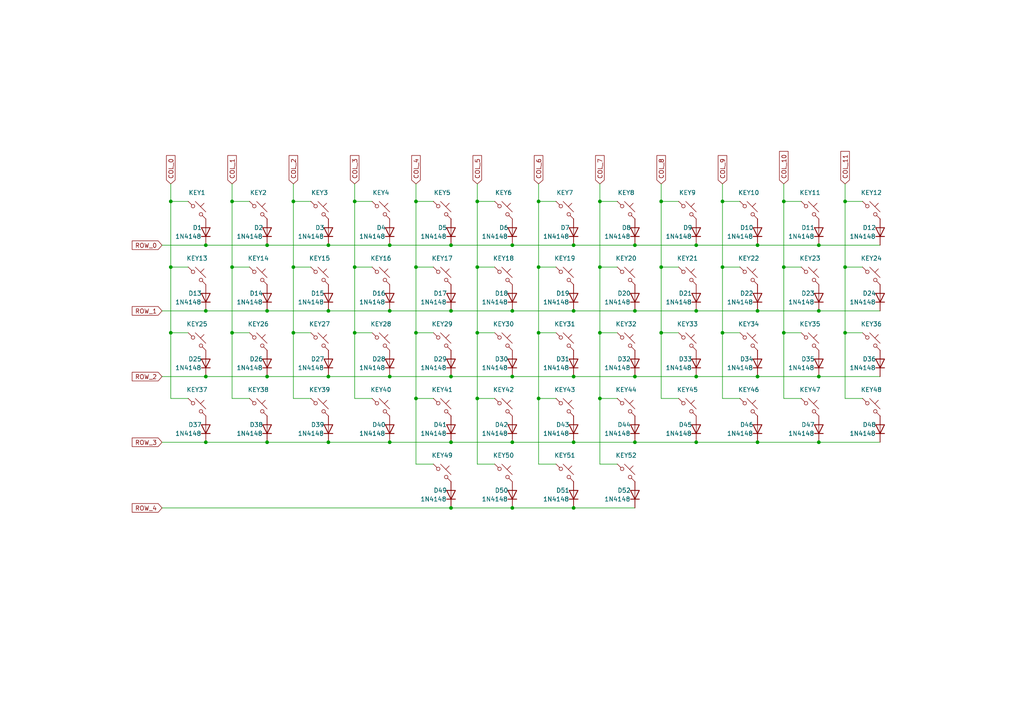
<source format=kicad_sch>
(kicad_sch (version 20230121) (generator eeschema)
  (paper "A4")
  (lib_symbols
    (symbol "Diode:1N4148" (pin_numbers hide) (pin_names (offset 1.016) hide)
      (property "Reference" "D" (at 0 2.54 0))
      (property "Value" "1N4148" (at 0 -2.54 0))
      (symbol "1N4148_0_1"
        (polyline (pts (xy -1.27 1.27) (xy -1.27 -1.27)) (stroke (width 0.254)))
        (polyline (pts (xy 1.27 0) (xy -1.27 0)))
        (polyline (pts (xy 1.27 1.27) (xy 1.27 -1.27) (xy -1.27 0) (xy 1.27 1.27)) (stroke (width 0.254)))
      )
      (symbol "1N4148_1_1"
        (pin passive line (at -3.81 0 0) (length 2.54) (name "K") (number "1"))
        (pin passive line (at 3.81 0 180) (length 2.54) (name "A") (number "2"))
      )
    )
    (symbol "Switch:SW_Push_45deg" (pin_numbers hide) (pin_names (offset 1.016) hide)
      (property "Reference" "SW" (at 3.048 1.016 0))
      (property "Value" "SW_Push_45deg" (at 0 -3.81 0))
      (symbol "SW_Push_45deg_0_1"
        (circle (center -1.1684 1.1684) (radius 0.508))
        (polyline (pts (xy -0.508 2.54) (xy 2.54 -0.508)))
        (polyline (pts (xy 1.016 1.016) (xy 2.032 2.032)))
        (polyline (pts (xy -2.54 2.54) (xy -1.524 1.524) (xy -1.524 1.524)))
        (polyline (pts (xy 1.524 -1.524) (xy 2.54 -2.54) (xy 2.54 -2.54) (xy 2.54 -2.54)))
        (circle (center 1.143 -1.1938) (radius 0.508))
        (pin passive line (at -2.54 2.54 0) (length 0) (name "1") (number "1"))
        (pin passive line (at 2.54 -2.54 180) (length 0) (name "2") (number "2"))
      )
    )
  )
  (junction (at 166.37 71.12))
  (junction (at 173.99 96.52))
  (junction (at 156.21 58.42))
  (junction (at 138.43 58.42))
  (junction (at 49.53 96.52))
  (junction (at 219.71 71.12))
  (junction (at 59.69 90.17))
  (junction (at 102.87 58.42))
  (junction (at 173.99 58.42))
  (junction (at 95.25 90.17))
  (junction (at 138.43 96.52))
  (junction (at 59.69 128.27))
  (junction (at 166.37 109.22))
  (junction (at 191.77 58.42))
  (junction (at 209.55 96.52))
  (junction (at 227.33 96.52))
  (junction (at 113.03 109.22))
  (junction (at 166.37 147.32))
  (junction (at 237.49 90.17))
  (junction (at 227.33 58.42))
  (junction (at 148.59 71.12))
  (junction (at 120.65 77.47))
  (junction (at 237.49 71.12))
  (junction (at 113.03 71.12))
  (junction (at 49.53 77.47))
  (junction (at 219.71 90.17))
  (junction (at 201.93 109.22))
  (junction (at 148.59 90.17))
  (junction (at 173.99 115.57))
  (junction (at 237.49 109.22))
  (junction (at 237.49 128.27))
  (junction (at 201.93 90.17))
  (junction (at 227.33 77.47))
  (junction (at 184.15 109.22))
  (junction (at 113.03 90.17))
  (junction (at 148.59 109.22))
  (junction (at 67.31 58.42))
  (junction (at 184.15 128.27))
  (junction (at 120.65 58.42))
  (junction (at 201.93 71.12))
  (junction (at 245.11 58.42))
  (junction (at 209.55 77.47))
  (junction (at 219.71 109.22))
  (junction (at 245.11 77.47))
  (junction (at 130.81 90.17))
  (junction (at 138.43 77.47))
  (junction (at 59.69 71.12))
  (junction (at 130.81 109.22))
  (junction (at 102.87 77.47))
  (junction (at 219.71 128.27))
  (junction (at 191.77 77.47))
  (junction (at 245.11 96.52))
  (junction (at 201.93 128.27))
  (junction (at 95.25 109.22))
  (junction (at 77.47 109.22))
  (junction (at 120.65 115.57))
  (junction (at 59.69 109.22))
  (junction (at 102.87 96.52))
  (junction (at 130.81 147.32))
  (junction (at 49.53 58.42))
  (junction (at 173.99 77.47))
  (junction (at 148.59 147.32))
  (junction (at 209.55 58.42))
  (junction (at 95.25 71.12))
  (junction (at 184.15 90.17))
  (junction (at 156.21 115.57))
  (junction (at 156.21 96.52))
  (junction (at 156.21 77.47))
  (junction (at 130.81 128.27))
  (junction (at 85.09 77.47))
  (junction (at 77.47 128.27))
  (junction (at 130.81 71.12))
  (junction (at 95.25 128.27))
  (junction (at 77.47 90.17))
  (junction (at 77.47 71.12))
  (junction (at 67.31 96.52))
  (junction (at 184.15 71.12))
  (junction (at 166.37 90.17))
  (junction (at 138.43 115.57))
  (junction (at 85.09 58.42))
  (junction (at 148.59 128.27))
  (junction (at 113.03 128.27))
  (junction (at 166.37 128.27))
  (junction (at 85.09 96.52))
  (junction (at 120.65 96.52))
  (junction (at 67.31 77.47))
  (junction (at 191.77 96.52))
  (wire (pts (xy 113.03 128.27) (xy 130.81 128.27)))
  (wire (pts (xy 245.11 115.57) (xy 250.19 115.57)))
  (wire (pts (xy 95.25 128.27) (xy 113.03 128.27)))
  (wire (pts (xy 209.55 53.34) (xy 209.55 58.42)))
  (wire (pts (xy 166.37 109.22) (xy 184.15 109.22)))
  (wire (pts (xy 227.33 58.42) (xy 227.33 77.47)))
  (wire (pts (xy 138.43 96.52) (xy 138.43 115.57)))
  (wire (pts (xy 245.11 77.47) (xy 250.19 77.47)))
  (wire (pts (xy 49.53 77.47) (xy 49.53 96.52)))
  (wire (pts (xy 49.53 96.52) (xy 49.53 115.57)))
  (wire (pts (xy 59.69 71.12) (xy 77.47 71.12)))
  (wire (pts (xy 245.11 96.52) (xy 245.11 115.57)))
  (wire (pts (xy 209.55 77.47) (xy 209.55 96.52)))
  (wire (pts (xy 130.81 109.22) (xy 148.59 109.22)))
  (wire (pts (xy 184.15 71.12) (xy 201.93 71.12)))
  (wire (pts (xy 102.87 96.52) (xy 107.95 96.52)))
  (wire (pts (xy 191.77 77.47) (xy 196.85 77.47)))
  (wire (pts (xy 201.93 109.22) (xy 219.71 109.22)))
  (wire (pts (xy 113.03 90.17) (xy 130.81 90.17)))
  (wire (pts (xy 120.65 58.42) (xy 125.73 58.42)))
  (wire (pts (xy 120.65 115.57) (xy 125.73 115.57)))
  (wire (pts (xy 156.21 115.57) (xy 156.21 134.62)))
  (wire (pts (xy 113.03 109.22) (xy 130.81 109.22)))
  (wire (pts (xy 138.43 96.52) (xy 143.51 96.52)))
  (wire (pts (xy 138.43 77.47) (xy 138.43 96.52)))
  (wire (pts (xy 49.53 96.52) (xy 54.61 96.52)))
  (wire (pts (xy 138.43 77.47) (xy 143.51 77.47)))
  (wire (pts (xy 173.99 134.62) (xy 179.07 134.62)))
  (wire (pts (xy 156.21 77.47) (xy 156.21 96.52)))
  (wire (pts (xy 184.15 128.27) (xy 201.93 128.27)))
  (wire (pts (xy 166.37 147.32) (xy 184.15 147.32)))
  (wire (pts (xy 49.53 58.42) (xy 54.61 58.42)))
  (wire (pts (xy 237.49 71.12) (xy 255.27 71.12)))
  (wire (pts (xy 156.21 53.34) (xy 156.21 58.42)))
  (wire (pts (xy 120.65 58.42) (xy 120.65 77.47)))
  (wire (pts (xy 173.99 115.57) (xy 179.07 115.57)))
  (wire (pts (xy 46.99 90.17) (xy 59.69 90.17)))
  (wire (pts (xy 77.47 71.12) (xy 95.25 71.12)))
  (wire (pts (xy 77.47 128.27) (xy 95.25 128.27)))
  (wire (pts (xy 102.87 77.47) (xy 102.87 96.52)))
  (wire (pts (xy 102.87 58.42) (xy 107.95 58.42)))
  (wire (pts (xy 173.99 115.57) (xy 173.99 134.62)))
  (wire (pts (xy 156.21 115.57) (xy 161.29 115.57)))
  (wire (pts (xy 209.55 77.47) (xy 214.63 77.47)))
  (wire (pts (xy 95.25 90.17) (xy 113.03 90.17)))
  (wire (pts (xy 49.53 115.57) (xy 54.61 115.57)))
  (wire (pts (xy 209.55 115.57) (xy 214.63 115.57)))
  (wire (pts (xy 156.21 77.47) (xy 161.29 77.47)))
  (wire (pts (xy 85.09 53.34) (xy 85.09 58.42)))
  (wire (pts (xy 130.81 147.32) (xy 148.59 147.32)))
  (wire (pts (xy 67.31 96.52) (xy 67.31 115.57)))
  (wire (pts (xy 184.15 109.22) (xy 201.93 109.22)))
  (wire (pts (xy 49.53 53.34) (xy 49.53 58.42)))
  (wire (pts (xy 59.69 128.27) (xy 77.47 128.27)))
  (wire (pts (xy 130.81 90.17) (xy 148.59 90.17)))
  (wire (pts (xy 85.09 58.42) (xy 90.17 58.42)))
  (wire (pts (xy 173.99 77.47) (xy 179.07 77.47)))
  (wire (pts (xy 237.49 90.17) (xy 255.27 90.17)))
  (wire (pts (xy 59.69 90.17) (xy 77.47 90.17)))
  (wire (pts (xy 138.43 58.42) (xy 138.43 77.47)))
  (wire (pts (xy 148.59 109.22) (xy 166.37 109.22)))
  (wire (pts (xy 67.31 58.42) (xy 72.39 58.42)))
  (wire (pts (xy 209.55 96.52) (xy 209.55 115.57)))
  (wire (pts (xy 77.47 109.22) (xy 95.25 109.22)))
  (wire (pts (xy 67.31 58.42) (xy 67.31 77.47)))
  (wire (pts (xy 85.09 77.47) (xy 90.17 77.47)))
  (wire (pts (xy 209.55 58.42) (xy 214.63 58.42)))
  (wire (pts (xy 102.87 115.57) (xy 107.95 115.57)))
  (wire (pts (xy 120.65 77.47) (xy 120.65 96.52)))
  (wire (pts (xy 191.77 115.57) (xy 196.85 115.57)))
  (wire (pts (xy 49.53 58.42) (xy 49.53 77.47)))
  (wire (pts (xy 227.33 77.47) (xy 232.41 77.47)))
  (wire (pts (xy 191.77 58.42) (xy 191.77 77.47)))
  (wire (pts (xy 227.33 115.57) (xy 232.41 115.57)))
  (wire (pts (xy 191.77 58.42) (xy 196.85 58.42)))
  (wire (pts (xy 245.11 53.34) (xy 245.11 58.42)))
  (wire (pts (xy 46.99 109.22) (xy 59.69 109.22)))
  (wire (pts (xy 67.31 77.47) (xy 67.31 96.52)))
  (wire (pts (xy 130.81 71.12) (xy 148.59 71.12)))
  (wire (pts (xy 120.65 53.34) (xy 120.65 58.42)))
  (wire (pts (xy 227.33 58.42) (xy 232.41 58.42)))
  (wire (pts (xy 156.21 134.62) (xy 161.29 134.62)))
  (wire (pts (xy 245.11 58.42) (xy 250.19 58.42)))
  (wire (pts (xy 166.37 71.12) (xy 184.15 71.12)))
  (wire (pts (xy 227.33 53.34) (xy 227.33 58.42)))
  (wire (pts (xy 227.33 77.47) (xy 227.33 96.52)))
  (wire (pts (xy 245.11 58.42) (xy 245.11 77.47)))
  (wire (pts (xy 173.99 96.52) (xy 173.99 115.57)))
  (wire (pts (xy 201.93 90.17) (xy 219.71 90.17)))
  (wire (pts (xy 138.43 115.57) (xy 138.43 134.62)))
  (wire (pts (xy 173.99 58.42) (xy 179.07 58.42)))
  (wire (pts (xy 227.33 96.52) (xy 232.41 96.52)))
  (wire (pts (xy 209.55 58.42) (xy 209.55 77.47)))
  (wire (pts (xy 85.09 96.52) (xy 90.17 96.52)))
  (wire (pts (xy 219.71 109.22) (xy 237.49 109.22)))
  (wire (pts (xy 138.43 115.57) (xy 143.51 115.57)))
  (wire (pts (xy 67.31 115.57) (xy 72.39 115.57)))
  (wire (pts (xy 173.99 53.34) (xy 173.99 58.42)))
  (wire (pts (xy 219.71 90.17) (xy 237.49 90.17)))
  (wire (pts (xy 102.87 53.34) (xy 102.87 58.42)))
  (wire (pts (xy 138.43 134.62) (xy 143.51 134.62)))
  (wire (pts (xy 67.31 96.52) (xy 72.39 96.52)))
  (wire (pts (xy 120.65 77.47) (xy 125.73 77.47)))
  (wire (pts (xy 95.25 109.22) (xy 113.03 109.22)))
  (wire (pts (xy 191.77 77.47) (xy 191.77 96.52)))
  (wire (pts (xy 49.53 77.47) (xy 54.61 77.47)))
  (wire (pts (xy 95.25 71.12) (xy 113.03 71.12)))
  (wire (pts (xy 148.59 71.12) (xy 166.37 71.12)))
  (wire (pts (xy 59.69 109.22) (xy 77.47 109.22)))
  (wire (pts (xy 156.21 58.42) (xy 161.29 58.42)))
  (wire (pts (xy 191.77 53.34) (xy 191.77 58.42)))
  (wire (pts (xy 67.31 53.34) (xy 67.31 58.42)))
  (wire (pts (xy 184.15 90.17) (xy 201.93 90.17)))
  (wire (pts (xy 173.99 58.42) (xy 173.99 77.47)))
  (wire (pts (xy 120.65 96.52) (xy 120.65 115.57)))
  (wire (pts (xy 201.93 128.27) (xy 219.71 128.27)))
  (wire (pts (xy 156.21 96.52) (xy 161.29 96.52)))
  (wire (pts (xy 245.11 77.47) (xy 245.11 96.52)))
  (wire (pts (xy 166.37 90.17) (xy 184.15 90.17)))
  (wire (pts (xy 77.47 90.17) (xy 95.25 90.17)))
  (wire (pts (xy 113.03 71.12) (xy 130.81 71.12)))
  (wire (pts (xy 120.65 115.57) (xy 120.65 134.62)))
  (wire (pts (xy 219.71 71.12) (xy 237.49 71.12)))
  (wire (pts (xy 85.09 58.42) (xy 85.09 77.47)))
  (wire (pts (xy 46.99 147.32) (xy 130.81 147.32)))
  (wire (pts (xy 85.09 96.52) (xy 85.09 115.57)))
  (wire (pts (xy 120.65 134.62) (xy 125.73 134.62)))
  (wire (pts (xy 191.77 96.52) (xy 191.77 115.57)))
  (wire (pts (xy 85.09 115.57) (xy 90.17 115.57)))
  (wire (pts (xy 130.81 128.27) (xy 148.59 128.27)))
  (wire (pts (xy 148.59 90.17) (xy 166.37 90.17)))
  (wire (pts (xy 102.87 96.52) (xy 102.87 115.57)))
  (wire (pts (xy 191.77 96.52) (xy 196.85 96.52)))
  (wire (pts (xy 209.55 96.52) (xy 214.63 96.52)))
  (wire (pts (xy 227.33 96.52) (xy 227.33 115.57)))
  (wire (pts (xy 138.43 53.34) (xy 138.43 58.42)))
  (wire (pts (xy 138.43 58.42) (xy 143.51 58.42)))
  (wire (pts (xy 201.93 71.12) (xy 219.71 71.12)))
  (wire (pts (xy 148.59 147.32) (xy 166.37 147.32)))
  (wire (pts (xy 156.21 58.42) (xy 156.21 77.47)))
  (wire (pts (xy 219.71 128.27) (xy 237.49 128.27)))
  (wire (pts (xy 166.37 128.27) (xy 184.15 128.27)))
  (wire (pts (xy 85.09 77.47) (xy 85.09 96.52)))
  (wire (pts (xy 237.49 128.27) (xy 255.27 128.27)))
  (wire (pts (xy 148.59 128.27) (xy 166.37 128.27)))
  (wire (pts (xy 102.87 58.42) (xy 102.87 77.47)))
  (wire (pts (xy 237.49 109.22) (xy 255.27 109.22)))
  (wire (pts (xy 120.65 96.52) (xy 125.73 96.52)))
  (wire (pts (xy 46.99 71.12) (xy 59.69 71.12)))
  (wire (pts (xy 156.21 96.52) (xy 156.21 115.57)))
  (wire (pts (xy 46.99 128.27) (xy 59.69 128.27)))
  (wire (pts (xy 173.99 96.52) (xy 179.07 96.52)))
  (wire (pts (xy 67.31 77.47) (xy 72.39 77.47)))
  (wire (pts (xy 102.87 77.47) (xy 107.95 77.47)))
  (wire (pts (xy 173.99 77.47) (xy 173.99 96.52)))
  (wire (pts (xy 245.11 96.52) (xy 250.19 96.52)))
  (global_label "COL_8" (shape input) (at 191.77 53.34 90) (property "Intersheetrefs" "${INTERSHEET_REFS}" (effects hide)))
  (global_label "COL_3" (shape input) (at 102.87 53.34 90) (property "Intersheetrefs" "${INTERSHEET_REFS}" (effects hide)))
  (global_label "COL_9" (shape input) (at 209.55 53.34 90) (property "Intersheetrefs" "${INTERSHEET_REFS}" (effects hide)))
  (global_label "COL_2" (shape input) (at 85.09 53.34 90) (property "Intersheetrefs" "${INTERSHEET_REFS}" (effects hide)))
  (global_label "COL_5" (shape input) (at 138.43 53.34 90) (property "Intersheetrefs" "${INTERSHEET_REFS}" (effects hide)))
  (global_label "ROW_4" (shape input) (at 46.99 147.32 180) (property "Intersheetrefs" "${INTERSHEET_REFS}" (effects hide)))
  (global_label "COL_4" (shape input) (at 120.65 53.34 90) (property "Intersheetrefs" "${INTERSHEET_REFS}" (effects hide)))
  (global_label "COL_10" (shape input) (at 227.33 53.34 90) (property "Intersheetrefs" "${INTERSHEET_REFS}" (effects hide)))
  (global_label "COL_7" (shape input) (at 173.99 53.34 90) (property "Intersheetrefs" "${INTERSHEET_REFS}" (effects hide)))
  (global_label "ROW_2" (shape input) (at 46.99 109.22 180) (property "Intersheetrefs" "${INTERSHEET_REFS}" (effects hide)))
  (global_label "COL_0" (shape input) (at 49.53 53.34 90) (property "Intersheetrefs" "${INTERSHEET_REFS}" (effects hide)))
  (global_label "ROW_0" (shape input) (at 46.99 71.12 180) (property "Intersheetrefs" "${INTERSHEET_REFS}" (effects hide)))
  (global_label "COL_6" (shape input) (at 156.21 53.34 90) (property "Intersheetrefs" "${INTERSHEET_REFS}" (effects hide)))
  (global_label "ROW_3" (shape input) (at 46.99 128.27 180) (property "Intersheetrefs" "${INTERSHEET_REFS}" (effects hide)))
  (global_label "ROW_1" (shape input) (at 46.99 90.17 180) (property "Intersheetrefs" "${INTERSHEET_REFS}" (effects hide)))
  (global_label "COL_11" (shape input) (at 245.11 53.34 90) (property "Intersheetrefs" "${INTERSHEET_REFS}" (effects hide)))
  (global_label "COL_1" (shape input) (at 67.31 53.34 90) (property "Intersheetrefs" "${INTERSHEET_REFS}" (effects hide)))
  (symbol (lib_id "Diode:1N4148") (at 77.47 105.41 90) (unit 1)
    (property "Reference" "D26" (at 72.39 104.14 90) (effects (justify right)))
    (property "Value" "1N4148" (at 68.58 106.68 90) (effects (justify right)))
    (property "Footprint" "Diode_SMD:D_SOD-123" (effects hide))
    (property "Datasheet" "https://assets.nexperia.com/documents/data-sheet/1N4148_1N4448.pdf" (effects hide))
    (property "LCSC" "C81598" (effects hide))
    (property "MFR. Part #" "1N4148W" (effects hide))
  )
  (symbol (lib_id "Switch:SW_Push_45deg") (at 128.27 80.01 0) (unit 1)
    (property "Reference" "KEY17" (at 128.27 74.93 0))
    (property "Value" "SW_Push_45deg" (effects hide))
    (property "Footprint" "key-switches:Kailh_Choc_PG1350_THT_A" (effects hide))
  )
  (symbol (lib_id "Diode:1N4148") (at 77.47 67.31 90) (unit 1)
    (property "Reference" "D2" (at 73.66 66.04 90) (effects (justify right)))
    (property "Value" "1N4148" (at 68.58 68.58 90) (effects (justify right)))
    (property "Footprint" "Diode_SMD:D_SOD-123" (effects hide))
    (property "Datasheet" "https://assets.nexperia.com/documents/data-sheet/1N4148_1N4448.pdf" (effects hide))
    (property "LCSC" "C81598" (effects hide))
    (property "MFR. Part #" "1N4148W" (effects hide))
  )
  (symbol (lib_id "Diode:1N4148") (at 201.93 124.46 90) (unit 1)
    (property "Reference" "D45" (at 196.85 123.19 90) (effects (justify right)))
    (property "Value" "1N4148" (at 193.04 125.73 90) (effects (justify right)))
    (property "Footprint" "Diode_SMD:D_SOD-123" (effects hide))
    (property "Datasheet" "https://assets.nexperia.com/documents/data-sheet/1N4148_1N4448.pdf" (effects hide))
    (property "LCSC" "C81598" (effects hide))
    (property "MFR. Part #" "1N4148W" (effects hide))
  )
  (symbol (lib_id "Switch:SW_Push_45deg") (at 146.05 80.01 0) (unit 1)
    (property "Reference" "KEY18" (at 146.05 74.93 0))
    (property "Value" "SW_Push_45deg" (effects hide))
    (property "Footprint" "key-switches:Kailh_Choc_PG1350_THT_A" (effects hide))
  )
  (symbol (lib_id "Switch:SW_Push_45deg") (at 199.39 80.01 0) (unit 1)
    (property "Reference" "KEY21" (at 199.39 74.93 0))
    (property "Value" "SW_Push_45deg" (effects hide))
    (property "Footprint" "key-switches:Kailh_Choc_PG1350_THT_A" (effects hide))
  )
  (symbol (lib_id "Diode:1N4148") (at 237.49 86.36 90) (unit 1)
    (property "Reference" "D23" (at 232.41 85.09 90) (effects (justify right)))
    (property "Value" "1N4148" (at 228.6 87.63 90) (effects (justify right)))
    (property "Footprint" "Diode_SMD:D_SOD-123" (effects hide))
    (property "Datasheet" "https://assets.nexperia.com/documents/data-sheet/1N4148_1N4448.pdf" (effects hide))
    (property "LCSC" "C81598" (effects hide))
    (property "MFR. Part #" "1N4148W" (effects hide))
  )
  (symbol (lib_id "Diode:1N4148") (at 113.03 124.46 90) (unit 1)
    (property "Reference" "D40" (at 107.95 123.19 90) (effects (justify right)))
    (property "Value" "1N4148" (at 104.14 125.73 90) (effects (justify right)))
    (property "Footprint" "Diode_SMD:D_SOD-123" (effects hide))
    (property "Datasheet" "https://assets.nexperia.com/documents/data-sheet/1N4148_1N4448.pdf" (effects hide))
    (property "LCSC" "C81598" (effects hide))
    (property "MFR. Part #" "1N4148W" (effects hide))
  )
  (symbol (lib_id "Diode:1N4148") (at 130.81 124.46 90) (unit 1)
    (property "Reference" "D41" (at 125.73 123.19 90) (effects (justify right)))
    (property "Value" "1N4148" (at 121.92 125.73 90) (effects (justify right)))
    (property "Footprint" "Diode_SMD:D_SOD-123" (effects hide))
    (property "Datasheet" "https://assets.nexperia.com/documents/data-sheet/1N4148_1N4448.pdf" (effects hide))
    (property "LCSC" "C81598" (effects hide))
    (property "MFR. Part #" "1N4148W" (effects hide))
  )
  (symbol (lib_id "Diode:1N4148") (at 148.59 143.51 90) (unit 1)
    (property "Reference" "D50" (at 143.51 142.24 90) (effects (justify right)))
    (property "Value" "1N4148" (at 139.7 144.78 90) (effects (justify right)))
    (property "Footprint" "Diode_SMD:D_SOD-123" (effects hide))
    (property "Datasheet" "https://assets.nexperia.com/documents/data-sheet/1N4148_1N4448.pdf" (effects hide))
    (property "LCSC" "C81598" (effects hide))
    (property "MFR. Part #" "1N4148W" (effects hide))
  )
  (symbol (lib_id "Switch:SW_Push_45deg") (at 92.71 99.06 0) (unit 1)
    (property "Reference" "KEY27" (at 92.71 93.98 0))
    (property "Value" "SW_Push_45deg" (effects hide))
    (property "Footprint" "key-switches:Kailh_Choc_PG1350_THT_A" (effects hide))
  )
  (symbol (lib_id "Switch:SW_Push_45deg") (at 110.49 118.11 0) (unit 1)
    (property "Reference" "KEY40" (at 110.49 113.03 0))
    (property "Value" "SW_Push_45deg" (effects hide))
    (property "Footprint" "key-switches:Kailh_Choc_PG1350_THT_A" (effects hide))
  )
  (symbol (lib_id "Diode:1N4148") (at 113.03 86.36 90) (unit 1)
    (property "Reference" "D16" (at 107.95 85.09 90) (effects (justify right)))
    (property "Value" "1N4148" (at 104.14 87.63 90) (effects (justify right)))
    (property "Footprint" "Diode_SMD:D_SOD-123" (effects hide))
    (property "Datasheet" "https://assets.nexperia.com/documents/data-sheet/1N4148_1N4448.pdf" (effects hide))
    (property "LCSC" "C81598" (effects hide))
    (property "MFR. Part #" "1N4148W" (effects hide))
  )
  (symbol (lib_id "Switch:SW_Push_45deg") (at 181.61 137.16 0) (unit 1)
    (property "Reference" "KEY52" (at 181.61 132.08 0))
    (property "Value" "SW_Push_45deg" (effects hide))
    (property "Footprint" "key-switches:Kailh_Choc_PG1350_THT_A" (effects hide))
  )
  (symbol (lib_id "Diode:1N4148") (at 184.15 86.36 90) (unit 1)
    (property "Reference" "D20" (at 179.07 85.09 90) (effects (justify right)))
    (property "Value" "1N4148" (at 175.26 87.63 90) (effects (justify right)))
    (property "Footprint" "Diode_SMD:D_SOD-123" (effects hide))
    (property "Datasheet" "https://assets.nexperia.com/documents/data-sheet/1N4148_1N4448.pdf" (effects hide))
    (property "LCSC" "C81598" (effects hide))
    (property "MFR. Part #" "1N4148W" (effects hide))
  )
  (symbol (lib_id "Diode:1N4148") (at 166.37 143.51 90) (unit 1)
    (property "Reference" "D51" (at 161.29 142.24 90) (effects (justify right)))
    (property "Value" "1N4148" (at 157.48 144.78 90) (effects (justify right)))
    (property "Footprint" "Diode_SMD:D_SOD-123" (effects hide))
    (property "Datasheet" "https://assets.nexperia.com/documents/data-sheet/1N4148_1N4448.pdf" (effects hide))
    (property "LCSC" "C81598" (effects hide))
    (property "MFR. Part #" "1N4148W" (effects hide))
  )
  (symbol (lib_id "Switch:SW_Push_45deg") (at 57.15 80.01 0) (unit 1)
    (property "Reference" "KEY13" (at 57.15 74.93 0))
    (property "Value" "SW_Push_45deg" (effects hide))
    (property "Footprint" "key-switches:Kailh_Choc_PG1350_THT_A" (effects hide))
  )
  (symbol (lib_id "Diode:1N4148") (at 148.59 86.36 90) (unit 1)
    (property "Reference" "D18" (at 143.51 85.09 90) (effects (justify right)))
    (property "Value" "1N4148" (at 139.7 87.63 90) (effects (justify right)))
    (property "Footprint" "Diode_SMD:D_SOD-123" (effects hide))
    (property "Datasheet" "https://assets.nexperia.com/documents/data-sheet/1N4148_1N4448.pdf" (effects hide))
    (property "LCSC" "C81598" (effects hide))
    (property "MFR. Part #" "1N4148W" (effects hide))
  )
  (symbol (lib_id "Switch:SW_Push_45deg") (at 234.95 118.11 0) (unit 1)
    (property "Reference" "KEY47" (at 234.95 113.03 0))
    (property "Value" "SW_Push_45deg" (effects hide))
    (property "Footprint" "key-switches:Kailh_Choc_PG1350_THT_A" (effects hide))
  )
  (symbol (lib_id "Switch:SW_Push_45deg") (at 199.39 118.11 0) (unit 1)
    (property "Reference" "KEY45" (at 199.39 113.03 0))
    (property "Value" "SW_Push_45deg" (effects hide))
    (property "Footprint" "key-switches:Kailh_Choc_PG1350_THT_A" (effects hide))
  )
  (symbol (lib_id "Diode:1N4148") (at 237.49 67.31 90) (unit 1)
    (property "Reference" "D11" (at 232.41 66.04 90) (effects (justify right)))
    (property "Value" "1N4148" (at 228.6 68.58 90) (effects (justify right)))
    (property "Footprint" "Diode_SMD:D_SOD-123" (effects hide))
    (property "Datasheet" "https://assets.nexperia.com/documents/data-sheet/1N4148_1N4448.pdf" (effects hide))
    (property "LCSC" "C81598" (effects hide))
    (property "MFR. Part #" "1N4148W" (effects hide))
  )
  (symbol (lib_id "Diode:1N4148") (at 219.71 124.46 90) (unit 1)
    (property "Reference" "D46" (at 214.63 123.19 90) (effects (justify right)))
    (property "Value" "1N4148" (at 210.82 125.73 90) (effects (justify right)))
    (property "Footprint" "Diode_SMD:D_SOD-123" (effects hide))
    (property "Datasheet" "https://assets.nexperia.com/documents/data-sheet/1N4148_1N4448.pdf" (effects hide))
    (property "LCSC" "C81598" (effects hide))
    (property "MFR. Part #" "1N4148W" (effects hide))
  )
  (symbol (lib_id "Switch:SW_Push_45deg") (at 217.17 118.11 0) (unit 1)
    (property "Reference" "KEY46" (at 217.17 113.03 0))
    (property "Value" "SW_Push_45deg" (effects hide))
    (property "Footprint" "key-switches:Kailh_Choc_PG1350_THT_A" (effects hide))
  )
  (symbol (lib_id "Switch:SW_Push_45deg") (at 199.39 99.06 0) (unit 1)
    (property "Reference" "KEY33" (at 199.39 93.98 0))
    (property "Value" "SW_Push_45deg" (effects hide))
    (property "Footprint" "key-switches:Kailh_Choc_PG1350_THT_A" (effects hide))
  )
  (symbol (lib_id "Switch:SW_Push_45deg") (at 146.05 60.96 0) (unit 1)
    (property "Reference" "KEY6" (at 146.05 55.88 0))
    (property "Value" "SW_Push_45deg" (effects hide))
    (property "Footprint" "key-switches:Kailh_Choc_PG1350_THT_A" (effects hide))
  )
  (symbol (lib_id "Switch:SW_Push_45deg") (at 181.61 80.01 0) (unit 1)
    (property "Reference" "KEY20" (at 181.61 74.93 0))
    (property "Value" "SW_Push_45deg" (effects hide))
    (property "Footprint" "key-switches:Kailh_Choc_PG1350_THT_A" (effects hide))
  )
  (symbol (lib_id "Switch:SW_Push_45deg") (at 234.95 80.01 0) (unit 1)
    (property "Reference" "KEY23" (at 234.95 74.93 0))
    (property "Value" "SW_Push_45deg" (effects hide))
    (property "Footprint" "key-switches:Kailh_Choc_PG1350_THT_A" (effects hide))
  )
  (symbol (lib_id "Diode:1N4148") (at 130.81 105.41 90) (unit 1)
    (property "Reference" "D29" (at 125.73 104.14 90) (effects (justify right)))
    (property "Value" "1N4148" (at 121.92 106.68 90) (effects (justify right)))
    (property "Footprint" "Diode_SMD:D_SOD-123" (effects hide))
    (property "Datasheet" "https://assets.nexperia.com/documents/data-sheet/1N4148_1N4448.pdf" (effects hide))
    (property "LCSC" "C81598" (effects hide))
    (property "MFR. Part #" "1N4148W" (effects hide))
  )
  (symbol (lib_id "Diode:1N4148") (at 130.81 86.36 90) (unit 1)
    (property "Reference" "D17" (at 125.73 85.09 90) (effects (justify right)))
    (property "Value" "1N4148" (at 121.92 87.63 90) (effects (justify right)))
    (property "Footprint" "Diode_SMD:D_SOD-123" (effects hide))
    (property "Datasheet" "https://assets.nexperia.com/documents/data-sheet/1N4148_1N4448.pdf" (effects hide))
    (property "LCSC" "C81598" (effects hide))
    (property "MFR. Part #" "1N4148W" (effects hide))
  )
  (symbol (lib_id "Switch:SW_Push_45deg") (at 199.39 60.96 0) (unit 1)
    (property "Reference" "KEY9" (at 199.39 55.88 0))
    (property "Value" "SW_Push_45deg" (effects hide))
    (property "Footprint" "key-switches:Kailh_Choc_PG1350_THT_A" (effects hide))
  )
  (symbol (lib_id "Switch:SW_Push_45deg") (at 252.73 118.11 0) (unit 1)
    (property "Reference" "KEY48" (at 252.73 113.03 0))
    (property "Value" "SW_Push_45deg" (effects hide))
    (property "Footprint" "key-switches:Kailh_Choc_PG1350_THT_A" (effects hide))
  )
  (symbol (lib_id "Diode:1N4148") (at 184.15 143.51 90) (unit 1)
    (property "Reference" "D52" (at 179.07 142.24 90) (effects (justify right)))
    (property "Value" "1N4148" (at 175.26 144.78 90) (effects (justify right)))
    (property "Footprint" "Diode_SMD:D_SOD-123" (effects hide))
    (property "Datasheet" "https://assets.nexperia.com/documents/data-sheet/1N4148_1N4448.pdf" (effects hide))
    (property "LCSC" "C81598" (effects hide))
    (property "MFR. Part #" "1N4148W" (effects hide))
  )
  (symbol (lib_id "Diode:1N4148") (at 255.27 86.36 90) (unit 1)
    (property "Reference" "D24" (at 250.19 85.09 90) (effects (justify right)))
    (property "Value" "1N4148" (at 246.38 87.63 90) (effects (justify right)))
    (property "Footprint" "Diode_SMD:D_SOD-123" (effects hide))
    (property "Datasheet" "https://assets.nexperia.com/documents/data-sheet/1N4148_1N4448.pdf" (effects hide))
    (property "LCSC" "C81598" (effects hide))
    (property "MFR. Part #" "1N4148W" (effects hide))
  )
  (symbol (lib_id "Diode:1N4148") (at 148.59 124.46 90) (unit 1)
    (property "Reference" "D42" (at 143.51 123.19 90) (effects (justify right)))
    (property "Value" "1N4148" (at 139.7 125.73 90) (effects (justify right)))
    (property "Footprint" "Diode_SMD:D_SOD-123" (effects hide))
    (property "Datasheet" "https://assets.nexperia.com/documents/data-sheet/1N4148_1N4448.pdf" (effects hide))
    (property "LCSC" "C81598" (effects hide))
    (property "MFR. Part #" "1N4148W" (effects hide))
  )
  (symbol (lib_id "Switch:SW_Push_45deg") (at 128.27 118.11 0) (unit 1)
    (property "Reference" "KEY41" (at 128.27 113.03 0))
    (property "Value" "SW_Push_45deg" (effects hide))
    (property "Footprint" "key-switches:Kailh_Choc_PG1350_THT_A" (effects hide))
  )
  (symbol (lib_id "Switch:SW_Push_45deg") (at 217.17 80.01 0) (unit 1)
    (property "Reference" "KEY22" (at 217.17 74.93 0))
    (property "Value" "SW_Push_45deg" (effects hide))
    (property "Footprint" "key-switches:Kailh_Choc_PG1350_THT_A" (effects hide))
  )
  (symbol (lib_id "Switch:SW_Push_45deg") (at 74.93 99.06 0) (unit 1)
    (property "Reference" "KEY26" (at 74.93 93.98 0))
    (property "Value" "SW_Push_45deg" (effects hide))
    (property "Footprint" "key-switches:Kailh_Choc_PG1350_THT_A" (effects hide))
  )
  (symbol (lib_id "Switch:SW_Push_45deg") (at 181.61 118.11 0) (unit 1)
    (property "Reference" "KEY44" (at 181.61 113.03 0))
    (property "Value" "SW_Push_45deg" (effects hide))
    (property "Footprint" "key-switches:Kailh_Choc_PG1350_THT_A" (effects hide))
  )
  (symbol (lib_id "Diode:1N4148") (at 77.47 86.36 90) (unit 1)
    (property "Reference" "D14" (at 72.39 85.09 90) (effects (justify right)))
    (property "Value" "1N4148" (at 68.58 87.63 90) (effects (justify right)))
    (property "Footprint" "Diode_SMD:D_SOD-123" (effects hide))
    (property "Datasheet" "https://assets.nexperia.com/documents/data-sheet/1N4148_1N4448.pdf" (effects hide))
    (property "LCSC" "C81598" (effects hide))
    (property "MFR. Part #" "1N4148W" (effects hide))
  )
  (symbol (lib_id "Diode:1N4148") (at 166.37 86.36 90) (unit 1)
    (property "Reference" "D19" (at 161.29 85.09 90) (effects (justify right)))
    (property "Value" "1N4148" (at 157.48 87.63 90) (effects (justify right)))
    (property "Footprint" "Diode_SMD:D_SOD-123" (effects hide))
    (property "Datasheet" "https://assets.nexperia.com/documents/data-sheet/1N4148_1N4448.pdf" (effects hide))
    (property "LCSC" "C81598" (effects hide))
    (property "MFR. Part #" "1N4148W" (effects hide))
  )
  (symbol (lib_id "Switch:SW_Push_45deg") (at 252.73 80.01 0) (unit 1)
    (property "Reference" "KEY24" (at 252.73 74.93 0))
    (property "Value" "SW_Push_45deg" (effects hide))
    (property "Footprint" "key-switches:Kailh_Choc_PG1350_THT_A" (effects hide))
  )
  (symbol (lib_id "Switch:SW_Push_45deg") (at 74.93 60.96 0) (unit 1)
    (property "Reference" "KEY2" (at 74.93 55.88 0))
    (property "Value" "SW_Push_45deg" (effects hide))
    (property "Footprint" "key-switches:Kailh_Choc_PG1350_THT_A" (effects hide))
  )
  (symbol (lib_id "Diode:1N4148") (at 237.49 105.41 90) (unit 1)
    (property "Reference" "D35" (at 232.41 104.14 90) (effects (justify right)))
    (property "Value" "1N4148" (at 228.6 106.68 90) (effects (justify right)))
    (property "Footprint" "Diode_SMD:D_SOD-123" (effects hide))
    (property "Datasheet" "https://assets.nexperia.com/documents/data-sheet/1N4148_1N4448.pdf" (effects hide))
    (property "LCSC" "C81598" (effects hide))
    (property "MFR. Part #" "1N4148W" (effects hide))
  )
  (symbol (lib_id "Switch:SW_Push_45deg") (at 110.49 80.01 0) (unit 1)
    (property "Reference" "KEY16" (at 110.49 74.93 0))
    (property "Value" "SW_Push_45deg" (effects hide))
    (property "Footprint" "key-switches:Kailh_Choc_PG1350_THT_A" (effects hide))
  )
  (symbol (lib_id "Diode:1N4148") (at 148.59 67.31 90) (unit 1)
    (property "Reference" "D6" (at 144.78 66.04 90) (effects (justify right)))
    (property "Value" "1N4148" (at 139.7 68.58 90) (effects (justify right)))
    (property "Footprint" "Diode_SMD:D_SOD-123" (effects hide))
    (property "Datasheet" "https://assets.nexperia.com/documents/data-sheet/1N4148_1N4448.pdf" (effects hide))
    (property "LCSC" "C81598" (effects hide))
    (property "MFR. Part #" "1N4148W" (effects hide))
  )
  (symbol (lib_id "Diode:1N4148") (at 255.27 67.31 90) (unit 1)
    (property "Reference" "D12" (at 250.19 66.04 90) (effects (justify right)))
    (property "Value" "1N4148" (at 246.38 68.58 90) (effects (justify right)))
    (property "Footprint" "Diode_SMD:D_SOD-123" (effects hide))
    (property "Datasheet" "https://assets.nexperia.com/documents/data-sheet/1N4148_1N4448.pdf" (effects hide))
    (property "LCSC" "C81598" (effects hide))
    (property "MFR. Part #" "1N4148W" (effects hide))
  )
  (symbol (lib_id "Diode:1N4148") (at 95.25 124.46 90) (unit 1)
    (property "Reference" "D39" (at 90.17 123.19 90) (effects (justify right)))
    (property "Value" "1N4148" (at 86.36 125.73 90) (effects (justify right)))
    (property "Footprint" "Diode_SMD:D_SOD-123" (effects hide))
    (property "Datasheet" "https://assets.nexperia.com/documents/data-sheet/1N4148_1N4448.pdf" (effects hide))
    (property "LCSC" "C81598" (effects hide))
    (property "MFR. Part #" "1N4148W" (effects hide))
  )
  (symbol (lib_id "Switch:SW_Push_45deg") (at 92.71 118.11 0) (unit 1)
    (property "Reference" "KEY39" (at 92.71 113.03 0))
    (property "Value" "SW_Push_45deg" (effects hide))
    (property "Footprint" "key-switches:Kailh_Choc_PG1350_THT_A" (effects hide))
  )
  (symbol (lib_id "Diode:1N4148") (at 219.71 86.36 90) (unit 1)
    (property "Reference" "D22" (at 214.63 85.09 90) (effects (justify right)))
    (property "Value" "1N4148" (at 210.82 87.63 90) (effects (justify right)))
    (property "Footprint" "Diode_SMD:D_SOD-123" (effects hide))
    (property "Datasheet" "https://assets.nexperia.com/documents/data-sheet/1N4148_1N4448.pdf" (effects hide))
    (property "LCSC" "C81598" (effects hide))
    (property "MFR. Part #" "1N4148W" (effects hide))
  )
  (symbol (lib_id "Switch:SW_Push_45deg") (at 217.17 99.06 0) (unit 1)
    (property "Reference" "KEY34" (at 217.17 93.98 0))
    (property "Value" "SW_Push_45deg" (effects hide))
    (property "Footprint" "key-switches:Kailh_Choc_PG1350_THT_A" (effects hide))
  )
  (symbol (lib_id "Switch:SW_Push_45deg") (at 163.83 80.01 0) (unit 1)
    (property "Reference" "KEY19" (at 163.83 74.93 0))
    (property "Value" "SW_Push_45deg" (effects hide))
    (property "Footprint" "key-switches:Kailh_Choc_PG1350_THT_A" (effects hide))
  )
  (symbol (lib_id "Diode:1N4148") (at 113.03 67.31 90) (unit 1)
    (property "Reference" "D4" (at 109.22 66.04 90) (effects (justify right)))
    (property "Value" "1N4148" (at 104.14 68.58 90) (effects (justify right)))
    (property "Footprint" "Diode_SMD:D_SOD-123" (effects hide))
    (property "Datasheet" "https://assets.nexperia.com/documents/data-sheet/1N4148_1N4448.pdf" (effects hide))
    (property "LCSC" "C81598" (effects hide))
    (property "MFR. Part #" "1N4148W" (effects hide))
  )
  (symbol (lib_id "Switch:SW_Push_45deg") (at 57.15 60.96 0) (unit 1)
    (property "Reference" "KEY1" (at 57.15 55.88 0))
    (property "Value" "SW_Push_45deg" (effects hide))
    (property "Footprint" "key-switches:Kailh_Choc_PG1350_THT_A" (effects hide))
  )
  (symbol (lib_id "Switch:SW_Push_45deg") (at 163.83 118.11 0) (unit 1)
    (property "Reference" "KEY43" (at 163.83 113.03 0))
    (property "Value" "SW_Push_45deg" (effects hide))
    (property "Footprint" "key-switches:Kailh_Choc_PG1350_THT_A" (effects hide))
  )
  (symbol (lib_id "Switch:SW_Push_45deg") (at 110.49 99.06 0) (unit 1)
    (property "Reference" "KEY28" (at 110.49 93.98 0))
    (property "Value" "SW_Push_45deg" (effects hide))
    (property "Footprint" "key-switches:Kailh_Choc_PG1350_THT_A" (effects hide))
  )
  (symbol (lib_id "Switch:SW_Push_45deg") (at 217.17 60.96 0) (unit 1)
    (property "Reference" "KEY10" (at 217.17 55.88 0))
    (property "Value" "SW_Push_45deg" (effects hide))
    (property "Footprint" "key-switches:Kailh_Choc_PG1350_THT_A" (effects hide))
  )
  (symbol (lib_id "Switch:SW_Push_45deg") (at 128.27 99.06 0) (unit 1)
    (property "Reference" "KEY29" (at 128.27 93.98 0))
    (property "Value" "SW_Push_45deg" (effects hide))
    (property "Footprint" "key-switches:Kailh_Choc_PG1350_THT_A" (effects hide))
  )
  (symbol (lib_id "Diode:1N4148") (at 130.81 67.31 90) (unit 1)
    (property "Reference" "D5" (at 127 66.04 90) (effects (justify right)))
    (property "Value" "1N4148" (at 121.92 68.58 90) (effects (justify right)))
    (property "Footprint" "Diode_SMD:D_SOD-123" (effects hide))
    (property "Datasheet" "https://assets.nexperia.com/documents/data-sheet/1N4148_1N4448.pdf" (effects hide))
    (property "LCSC" "C81598" (effects hide))
    (property "MFR. Part #" "1N4148W" (effects hide))
  )
  (symbol (lib_id "Diode:1N4148") (at 201.93 67.31 90) (unit 1)
    (property "Reference" "D9" (at 198.12 66.04 90) (effects (justify right)))
    (property "Value" "1N4148" (at 193.04 68.58 90) (effects (justify right)))
    (property "Footprint" "Diode_SMD:D_SOD-123" (effects hide))
    (property "Datasheet" "https://assets.nexperia.com/documents/data-sheet/1N4148_1N4448.pdf" (effects hide))
    (property "LCSC" "C81598" (effects hide))
    (property "MFR. Part #" "1N4148W" (effects hide))
  )
  (symbol (lib_id "Diode:1N4148") (at 184.15 105.41 90) (unit 1)
    (property "Reference" "D32" (at 179.07 104.14 90) (effects (justify right)))
    (property "Value" "1N4148" (at 175.26 106.68 90) (effects (justify right)))
    (property "Footprint" "Diode_SMD:D_SOD-123" (effects hide))
    (property "Datasheet" "https://assets.nexperia.com/documents/data-sheet/1N4148_1N4448.pdf" (effects hide))
    (property "LCSC" "C81598" (effects hide))
    (property "MFR. Part #" "1N4148W" (effects hide))
  )
  (symbol (lib_id "Diode:1N4148") (at 59.69 86.36 90) (unit 1)
    (property "Reference" "D13" (at 54.61 85.09 90) (effects (justify right)))
    (property "Value" "1N4148" (at 50.8 87.63 90) (effects (justify right)))
    (property "Footprint" "Diode_SMD:D_SOD-123" (effects hide))
    (property "Datasheet" "https://assets.nexperia.com/documents/data-sheet/1N4148_1N4448.pdf" (effects hide))
    (property "LCSC" "C81598" (effects hide))
    (property "MFR. Part #" "1N4148W" (effects hide))
  )
  (symbol (lib_id "Switch:SW_Push_45deg") (at 163.83 99.06 0) (unit 1)
    (property "Reference" "KEY31" (at 163.83 93.98 0))
    (property "Value" "SW_Push_45deg" (effects hide))
    (property "Footprint" "key-switches:Kailh_Choc_PG1350_THT_A" (effects hide))
  )
  (symbol (lib_id "Switch:SW_Push_45deg") (at 146.05 137.16 0) (unit 1)
    (property "Reference" "KEY50" (at 146.05 132.08 0))
    (property "Value" "SW_Push_45deg" (effects hide))
    (property "Footprint" "key-switches:Kailh_Choc_PG1350_THT_A" (effects hide))
  )
  (symbol (lib_id "Switch:SW_Push_45deg") (at 252.73 60.96 0) (unit 1)
    (property "Reference" "KEY12" (at 252.73 55.88 0))
    (property "Value" "SW_Push_45deg" (effects hide))
    (property "Footprint" "key-switches:Kailh_Choc_PG1350_THT_A" (effects hide))
  )
  (symbol (lib_id "Switch:SW_Push_45deg") (at 146.05 99.06 0) (unit 1)
    (property "Reference" "KEY30" (at 146.05 93.98 0))
    (property "Value" "SW_Push_45deg" (effects hide))
    (property "Footprint" "key-switches:Kailh_Choc_PG1350_THT_A" (effects hide))
  )
  (symbol (lib_id "Switch:SW_Push_45deg") (at 234.95 99.06 0) (unit 1)
    (property "Reference" "KEY35" (at 234.95 93.98 0))
    (property "Value" "SW_Push_45deg" (effects hide))
    (property "Footprint" "key-switches:Kailh_Choc_PG1350_THT_A" (effects hide))
  )
  (symbol (lib_id "Switch:SW_Push_45deg") (at 252.73 99.06 0) (unit 1)
    (property "Reference" "KEY36" (at 252.73 93.98 0))
    (property "Value" "SW_Push_45deg" (effects hide))
    (property "Footprint" "key-switches:Kailh_Choc_PG1350_THT_A" (effects hide))
  )
  (symbol (lib_id "Diode:1N4148") (at 130.81 143.51 90) (unit 1)
    (property "Reference" "D49" (at 125.73 142.24 90) (effects (justify right)))
    (property "Value" "1N4148" (at 121.92 144.78 90) (effects (justify right)))
    (property "Footprint" "Diode_SMD:D_SOD-123" (effects hide))
    (property "Datasheet" "https://assets.nexperia.com/documents/data-sheet/1N4148_1N4448.pdf" (effects hide))
    (property "LCSC" "C81598" (effects hide))
    (property "MFR. Part #" "1N4148W" (effects hide))
  )
  (symbol (lib_id "Diode:1N4148") (at 184.15 124.46 90) (unit 1)
    (property "Reference" "D44" (at 179.07 123.19 90) (effects (justify right)))
    (property "Value" "1N4148" (at 175.26 125.73 90) (effects (justify right)))
    (property "Footprint" "Diode_SMD:D_SOD-123" (effects hide))
    (property "Datasheet" "https://assets.nexperia.com/documents/data-sheet/1N4148_1N4448.pdf" (effects hide))
    (property "LCSC" "C81598" (effects hide))
    (property "MFR. Part #" "1N4148W" (effects hide))
  )
  (symbol (lib_id "Switch:SW_Push_45deg") (at 92.71 60.96 0) (unit 1)
    (property "Reference" "KEY3" (at 92.71 55.88 0))
    (property "Value" "SW_Push_45deg" (effects hide))
    (property "Footprint" "key-switches:Kailh_Choc_PG1350_THT_A" (effects hide))
  )
  (symbol (lib_id "Diode:1N4148") (at 219.71 105.41 90) (unit 1)
    (property "Reference" "D34" (at 214.63 104.14 90) (effects (justify right)))
    (property "Value" "1N4148" (at 210.82 106.68 90) (effects (justify right)))
    (property "Footprint" "Diode_SMD:D_SOD-123" (effects hide))
    (property "Datasheet" "https://assets.nexperia.com/documents/data-sheet/1N4148_1N4448.pdf" (effects hide))
    (property "LCSC" "C81598" (effects hide))
    (property "MFR. Part #" "1N4148W" (effects hide))
  )
  (symbol (lib_id "Switch:SW_Push_45deg") (at 110.49 60.96 0) (unit 1)
    (property "Reference" "KEY4" (at 110.49 55.88 0))
    (property "Value" "SW_Push_45deg" (effects hide))
    (property "Footprint" "key-switches:Kailh_Choc_PG1350_THT_A" (effects hide))
  )
  (symbol (lib_id "Diode:1N4148") (at 166.37 105.41 90) (unit 1)
    (property "Reference" "D31" (at 161.29 104.14 90) (effects (justify right)))
    (property "Value" "1N4148" (at 157.48 106.68 90) (effects (justify right)))
    (property "Footprint" "Diode_SMD:D_SOD-123" (effects hide))
    (property "Datasheet" "https://assets.nexperia.com/documents/data-sheet/1N4148_1N4448.pdf" (effects hide))
    (property "LCSC" "C81598" (effects hide))
    (property "MFR. Part #" "1N4148W" (effects hide))
  )
  (symbol (lib_id "Diode:1N4148") (at 95.25 86.36 90) (unit 1)
    (property "Reference" "D15" (at 90.17 85.09 90) (effects (justify right)))
    (property "Value" "1N4148" (at 86.36 87.63 90) (effects (justify right)))
    (property "Footprint" "Diode_SMD:D_SOD-123" (effects hide))
    (property "Datasheet" "https://assets.nexperia.com/documents/data-sheet/1N4148_1N4448.pdf" (effects hide))
    (property "LCSC" "C81598" (effects hide))
    (property "MFR. Part #" "1N4148W" (effects hide))
  )
  (symbol (lib_id "Diode:1N4148") (at 148.59 105.41 90) (unit 1)
    (property "Reference" "D30" (at 143.51 104.14 90) (effects (justify right)))
    (property "Value" "1N4148" (at 139.7 106.68 90) (effects (justify right)))
    (property "Footprint" "Diode_SMD:D_SOD-123" (effects hide))
    (property "Datasheet" "https://assets.nexperia.com/documents/data-sheet/1N4148_1N4448.pdf" (effects hide))
    (property "LCSC" "C81598" (effects hide))
    (property "MFR. Part #" "1N4148W" (effects hide))
  )
  (symbol (lib_id "Diode:1N4148") (at 113.03 105.41 90) (unit 1)
    (property "Reference" "D28" (at 107.95 104.14 90) (effects (justify right)))
    (property "Value" "1N4148" (at 104.14 106.68 90) (effects (justify right)))
    (property "Footprint" "Diode_SMD:D_SOD-123" (effects hide))
    (property "Datasheet" "https://assets.nexperia.com/documents/data-sheet/1N4148_1N4448.pdf" (effects hide))
    (property "LCSC" "C81598" (effects hide))
    (property "MFR. Part #" "1N4148W" (effects hide))
  )
  (symbol (lib_id "Switch:SW_Push_45deg") (at 128.27 137.16 0) (unit 1)
    (property "Reference" "KEY49" (at 128.27 132.08 0))
    (property "Value" "SW_Push_45deg" (effects hide))
    (property "Footprint" "key-switches:Kailh_Choc_PG1350_THT_A" (effects hide))
  )
  (symbol (lib_id "Diode:1N4148") (at 59.69 105.41 90) (unit 1)
    (property "Reference" "D25" (at 54.61 104.14 90) (effects (justify right)))
    (property "Value" "1N4148" (at 50.8 106.68 90) (effects (justify right)))
    (property "Footprint" "Diode_SMD:D_SOD-123" (effects hide))
    (property "Datasheet" "https://assets.nexperia.com/documents/data-sheet/1N4148_1N4448.pdf" (effects hide))
    (property "LCSC" "C81598" (effects hide))
    (property "MFR. Part #" "1N4148W" (effects hide))
  )
  (symbol (lib_id "Diode:1N4148") (at 255.27 124.46 90) (unit 1)
    (property "Reference" "D48" (at 250.19 123.19 90) (effects (justify right)))
    (property "Value" "1N4148" (at 246.38 125.73 90) (effects (justify right)))
    (property "Footprint" "Diode_SMD:D_SOD-123" (effects hide))
    (property "Datasheet" "https://assets.nexperia.com/documents/data-sheet/1N4148_1N4448.pdf" (effects hide))
    (property "LCSC" "C81598" (effects hide))
    (property "MFR. Part #" "1N4148W" (effects hide))
  )
  (symbol (lib_id "Switch:SW_Push_45deg") (at 74.93 80.01 0) (unit 1)
    (property "Reference" "KEY14" (at 74.93 74.93 0))
    (property "Value" "SW_Push_45deg" (effects hide))
    (property "Footprint" "key-switches:Kailh_Choc_PG1350_THT_A" (effects hide))
  )
  (symbol (lib_id "Switch:SW_Push_45deg") (at 181.61 99.06 0) (unit 1)
    (property "Reference" "KEY32" (at 181.61 93.98 0))
    (property "Value" "SW_Push_45deg" (effects hide))
    (property "Footprint" "key-switches:Kailh_Choc_PG1350_THT_A" (effects hide))
  )
  (symbol (lib_id "Switch:SW_Push_45deg") (at 74.93 118.11 0) (unit 1)
    (property "Reference" "KEY38" (at 74.93 113.03 0))
    (property "Value" "SW_Push_45deg" (effects hide))
    (property "Footprint" "key-switches:Kailh_Choc_PG1350_THT_A" (effects hide))
  )
  (symbol (lib_id "Switch:SW_Push_45deg") (at 128.27 60.96 0) (unit 1)
    (property "Reference" "KEY5" (at 128.27 55.88 0))
    (property "Value" "SW_Push_45deg" (effects hide))
    (property "Footprint" "key-switches:Kailh_Choc_PG1350_THT_A" (effects hide))
  )
  (symbol (lib_id "Diode:1N4148") (at 166.37 67.31 90) (unit 1)
    (property "Reference" "D7" (at 162.56 66.04 90) (effects (justify right)))
    (property "Value" "1N4148" (at 157.48 68.58 90) (effects (justify right)))
    (property "Footprint" "Diode_SMD:D_SOD-123" (effects hide))
    (property "Datasheet" "https://assets.nexperia.com/documents/data-sheet/1N4148_1N4448.pdf" (effects hide))
    (property "LCSC" "C81598" (effects hide))
    (property "MFR. Part #" "1N4148W" (effects hide))
  )
  (symbol (lib_id "Diode:1N4148") (at 77.47 124.46 90) (unit 1)
    (property "Reference" "D38" (at 72.39 123.19 90) (effects (justify right)))
    (property "Value" "1N4148" (at 68.58 125.73 90) (effects (justify right)))
    (property "Footprint" "Diode_SMD:D_SOD-123" (effects hide))
    (property "Datasheet" "https://assets.nexperia.com/documents/data-sheet/1N4148_1N4448.pdf" (effects hide))
    (property "LCSC" "C81598" (effects hide))
    (property "MFR. Part #" "1N4148W" (effects hide))
  )
  (symbol (lib_id "Switch:SW_Push_45deg") (at 146.05 118.11 0) (unit 1)
    (property "Reference" "KEY42" (at 146.05 113.03 0))
    (property "Value" "SW_Push_45deg" (effects hide))
    (property "Footprint" "key-switches:Kailh_Choc_PG1350_THT_A" (effects hide))
  )
  (symbol (lib_id "Diode:1N4148") (at 59.69 67.31 90) (unit 1)
    (property "Reference" "D1" (at 55.88 66.04 90) (effects (justify right)))
    (property "Value" "1N4148" (at 50.8 68.58 90) (effects (justify right)))
    (property "Footprint" "Diode_SMD:D_SOD-123" (effects hide))
    (property "Datasheet" "https://assets.nexperia.com/documents/data-sheet/1N4148_1N4448.pdf" (effects hide))
    (property "LCSC" "C81598" (effects hide))
    (property "MFR. Part #" "1N4148W" (effects hide))
  )
  (symbol (lib_id "Diode:1N4148") (at 184.15 67.31 90) (unit 1)
    (property "Reference" "D8" (at 180.34 66.04 90) (effects (justify right)))
    (property "Value" "1N4148" (at 175.26 68.58 90) (effects (justify right)))
    (property "Footprint" "Diode_SMD:D_SOD-123" (effects hide))
    (property "Datasheet" "https://assets.nexperia.com/documents/data-sheet/1N4148_1N4448.pdf" (effects hide))
    (property "LCSC" "C81598" (effects hide))
    (property "MFR. Part #" "1N4148W" (effects hide))
  )
  (symbol (lib_id "Switch:SW_Push_45deg") (at 163.83 137.16 0) (unit 1)
    (property "Reference" "KEY51" (at 163.83 132.08 0))
    (property "Value" "SW_Push_45deg" (effects hide))
    (property "Footprint" "key-switches:Kailh_Choc_PG1350_THT_A" (effects hide))
  )
  (symbol (lib_id "Diode:1N4148") (at 95.25 105.41 90) (unit 1)
    (property "Reference" "D27" (at 90.17 104.14 90) (effects (justify right)))
    (property "Value" "1N4148" (at 86.36 106.68 90) (effects (justify right)))
    (property "Footprint" "Diode_SMD:D_SOD-123" (effects hide))
    (property "Datasheet" "https://assets.nexperia.com/documents/data-sheet/1N4148_1N4448.pdf" (effects hide))
    (property "LCSC" "C81598" (effects hide))
    (property "MFR. Part #" "1N4148W" (effects hide))
  )
  (symbol (lib_id "Switch:SW_Push_45deg") (at 57.15 99.06 0) (unit 1)
    (property "Reference" "KEY25" (at 57.15 93.98 0))
    (property "Value" "SW_Push_45deg" (effects hide))
    (property "Footprint" "key-switches:Kailh_Choc_PG1350_THT_A" (effects hide))
  )
  (symbol (lib_id "Diode:1N4148") (at 201.93 86.36 90) (unit 1)
    (property "Reference" "D21" (at 196.85 85.09 90) (effects (justify right)))
    (property "Value" "1N4148" (at 193.04 87.63 90) (effects (justify right)))
    (property "Footprint" "Diode_SMD:D_SOD-123" (effects hide))
    (property "Datasheet" "https://assets.nexperia.com/documents/data-sheet/1N4148_1N4448.pdf" (effects hide))
    (property "LCSC" "C81598" (effects hide))
    (property "MFR. Part #" "1N4148W" (effects hide))
  )
  (symbol (lib_id "Switch:SW_Push_45deg") (at 181.61 60.96 0) (unit 1)
    (property "Reference" "KEY8" (at 181.61 55.88 0))
    (property "Value" "SW_Push_45deg" (effects hide))
    (property "Footprint" "key-switches:Kailh_Choc_PG1350_THT_A" (effects hide))
  )
  (symbol (lib_id "Diode:1N4148") (at 166.37 124.46 90) (unit 1)
    (property "Reference" "D43" (at 161.29 123.19 90) (effects (justify right)))
    (property "Value" "1N4148" (at 157.48 125.73 90) (effects (justify right)))
    (property "Footprint" "Diode_SMD:D_SOD-123" (effects hide))
    (property "Datasheet" "https://assets.nexperia.com/documents/data-sheet/1N4148_1N4448.pdf" (effects hide))
    (property "LCSC" "C81598" (effects hide))
    (property "MFR. Part #" "1N4148W" (effects hide))
  )
  (symbol (lib_id "Switch:SW_Push_45deg") (at 92.71 80.01 0) (unit 1)
    (property "Reference" "KEY15" (at 92.71 74.93 0))
    (property "Value" "SW_Push_45deg" (effects hide))
    (property "Footprint" "key-switches:Kailh_Choc_PG1350_THT_A" (effects hide))
  )
  (symbol (lib_id "Diode:1N4148") (at 201.93 105.41 90) (unit 1)
    (property "Reference" "D33" (at 196.85 104.14 90) (effects (justify right)))
    (property "Value" "1N4148" (at 193.04 106.68 90) (effects (justify right)))
    (property "Footprint" "Diode_SMD:D_SOD-123" (effects hide))
    (property "Datasheet" "https://assets.nexperia.com/documents/data-sheet/1N4148_1N4448.pdf" (effects hide))
    (property "LCSC" "C81598" (effects hide))
    (property "MFR. Part #" "1N4148W" (effects hide))
  )
  (symbol (lib_id "Switch:SW_Push_45deg") (at 234.95 60.96 0) (unit 1)
    (property "Reference" "KEY11" (at 234.95 55.88 0))
    (property "Value" "SW_Push_45deg" (effects hide))
    (property "Footprint" "key-switches:Kailh_Choc_PG1350_THT_A" (effects hide))
  )
  (symbol (lib_id "Switch:SW_Push_45deg") (at 163.83 60.96 0) (unit 1)
    (property "Reference" "KEY7" (at 163.83 55.88 0))
    (property "Value" "SW_Push_45deg" (effects hide))
    (property "Footprint" "key-switches:Kailh_Choc_PG1350_THT_A" (effects hide))
  )
  (symbol (lib_id "Diode:1N4148") (at 255.27 105.41 90) (unit 1)
    (property "Reference" "D36" (at 250.19 104.14 90) (effects (justify right)))
    (property "Value" "1N4148" (at 246.38 106.68 90) (effects (justify right)))
    (property "Footprint" "Diode_SMD:D_SOD-123" (effects hide))
    (property "Datasheet" "https://assets.nexperia.com/documents/data-sheet/1N4148_1N4448.pdf" (effects hide))
    (property "LCSC" "C81598" (effects hide))
    (property "MFR. Part #" "1N4148W" (effects hide))
  )
  (symbol (lib_id "Diode:1N4148") (at 219.71 67.31 90) (unit 1)
    (property "Reference" "D10" (at 214.63 66.04 90) (effects (justify right)))
    (property "Value" "1N4148" (at 210.82 68.58 90) (effects (justify right)))
    (property "Footprint" "Diode_SMD:D_SOD-123" (effects hide))
    (property "Datasheet" "https://assets.nexperia.com/documents/data-sheet/1N4148_1N4448.pdf" (effects hide))
    (property "LCSC" "C81598" (effects hide))
    (property "MFR. Part #" "1N4148W" (effects hide))
  )
  (symbol (lib_id "Diode:1N4148") (at 237.49 124.46 90) (unit 1)
    (property "Reference" "D47" (at 232.41 123.19 90) (effects (justify right)))
    (property "Value" "1N4148" (at 228.6 125.73 90) (effects (justify right)))
    (property "Footprint" "Diode_SMD:D_SOD-123" (effects hide))
    (property "Datasheet" "https://assets.nexperia.com/documents/data-sheet/1N4148_1N4448.pdf" (effects hide))
    (property "LCSC" "C81598" (effects hide))
    (property "MFR. Part #" "1N4148W" (effects hide))
  )
  (symbol (lib_id "Diode:1N4148") (at 95.25 67.31 90) (unit 1)
    (property "Reference" "D3" (at 91.44 66.04 90) (effects (justify right)))
    (property "Value" "1N4148" (at 86.36 68.58 90) (effects (justify right)))
    (property "Footprint" "Diode_SMD:D_SOD-123" (effects hide))
    (property "Datasheet" "https://assets.nexperia.com/documents/data-sheet/1N4148_1N4448.pdf" (effects hide))
    (property "LCSC" "C81598" (effects hide))
    (property "MFR. Part #" "1N4148W" (effects hide))
  )
  (symbol (lib_id "Switch:SW_Push_45deg") (at 57.15 118.11 0) (unit 1)
    (property "Reference" "KEY37" (at 57.15 113.03 0))
    (property "Value" "SW_Push_45deg" (effects hide))
    (property "Footprint" "key-switches:Kailh_Choc_PG1350_THT_A" (effects hide))
  )
  (symbol (lib_id "Diode:1N4148") (at 59.69 124.46 90) (unit 1)
    (property "Reference" "D37" (at 54.61 123.19 90) (effects (justify right)))
    (property "Value" "1N4148" (at 50.8 125.73 90) (effects (justify right)))
    (property "Footprint" "Diode_SMD:D_SOD-123" (effects hide))
    (property "Datasheet" "https://assets.nexperia.com/documents/data-sheet/1N4148_1N4448.pdf" (effects hide))
    (property "LCSC" "C81598" (effects hide))
    (property "MFR. Part #" "1N4148W" (effects hide))
  )
)
</source>
